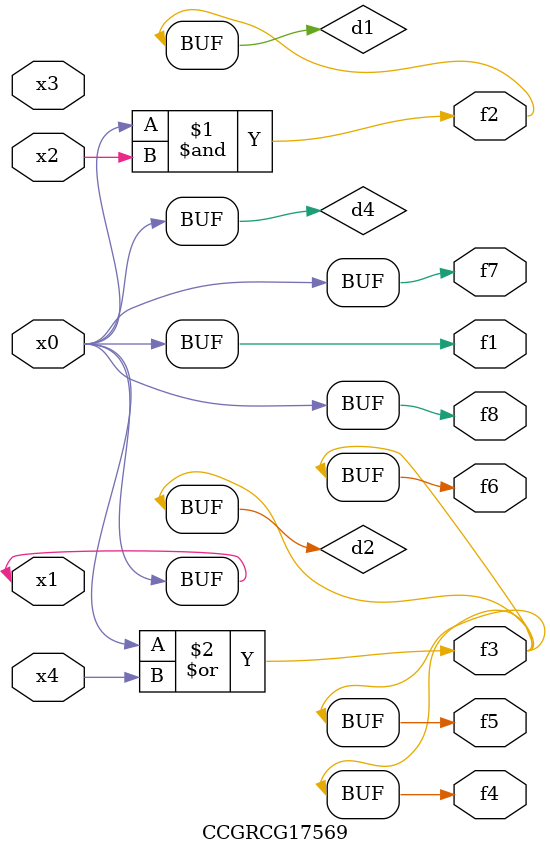
<source format=v>
module CCGRCG17569(
	input x0, x1, x2, x3, x4,
	output f1, f2, f3, f4, f5, f6, f7, f8
);

	wire d1, d2, d3, d4;

	and (d1, x0, x2);
	or (d2, x0, x4);
	nand (d3, x0, x2);
	buf (d4, x0, x1);
	assign f1 = d4;
	assign f2 = d1;
	assign f3 = d2;
	assign f4 = d2;
	assign f5 = d2;
	assign f6 = d2;
	assign f7 = d4;
	assign f8 = d4;
endmodule

</source>
